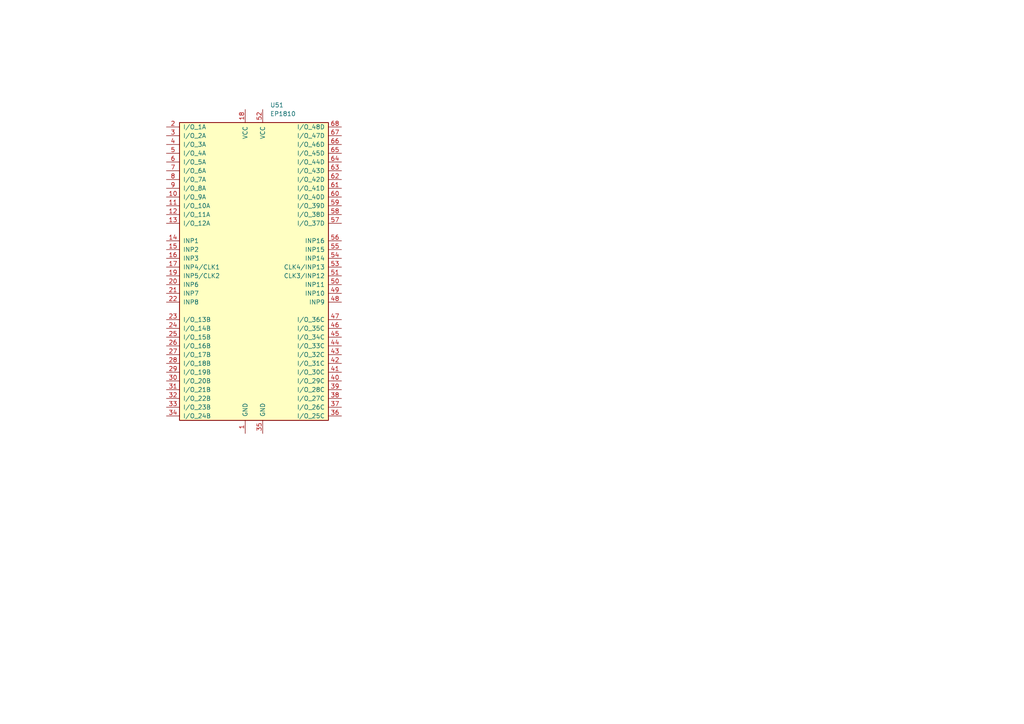
<source format=kicad_sch>
(kicad_sch (version 20250114) (generator "eeschema") (generator_version "9.0")
  (paper "A4")
  (lib_symbols
    (symbol "CPLD_Altera:EP1810" (pin_names (offset 1.016))
      (property "Reference" "U" (at -5.08 47.625 0))
      (property "Value" "EP1810" (at -5.08 45.72 0))
      (symbol "EP1810_0_1"
        (rectangle (start -21.59 -41.91) (end 21.59 44.45) (stroke (width 0.254)) (fill (type background)))
      )
      (symbol "EP1810_1_1"
        (pin input line (at -25.4 43.18 0) (length 3.81) (name "I/O_1A") (number "2"))
        (pin input line (at -25.4 40.64 0) (length 3.81) (name "I/O_2A") (number "3"))
        (pin input line (at -25.4 38.1 0) (length 3.81) (name "I/O_3A") (number "4"))
        (pin input line (at -25.4 35.56 0) (length 3.81) (name "I/O_4A") (number "5"))
        (pin input line (at -25.4 33.02 0) (length 3.81) (name "I/O_5A") (number "6"))
        (pin input line (at -25.4 30.48 0) (length 3.81) (name "I/O_6A") (number "7"))
        (pin input line (at -25.4 27.94 0) (length 3.81) (name "I/O_7A") (number "8"))
        (pin input line (at -25.4 25.4 0) (length 3.81) (name "I/O_8A") (number "9"))
        (pin input line (at -25.4 22.86 0) (length 3.81) (name "I/O_9A") (number "10"))
        (pin input line (at -25.4 20.32 0) (length 3.81) (name "I/O_10A") (number "11"))
        (pin input line (at -25.4 17.78 0) (length 3.81) (name "I/O_11A") (number "12"))
        (pin input line (at -25.4 15.24 0) (length 3.81) (name "I/O_12A") (number "13"))
        (pin input line (at -25.4 10.16 0) (length 3.81) (name "INP1") (number "14"))
        (pin input line (at -25.4 7.62 0) (length 3.81) (name "INP2") (number "15"))
        (pin input line (at -25.4 5.08 0) (length 3.81) (name "INP3") (number "16"))
        (pin input line (at -25.4 2.54 0) (length 3.81) (name "INP4/CLK1") (number "17"))
        (pin input line (at -25.4 0 0) (length 3.81) (name "INP5/CLK2") (number "19"))
        (pin input line (at -25.4 -2.54 0) (length 3.81) (name "INP6") (number "20"))
        (pin input line (at -25.4 -5.08 0) (length 3.81) (name "INP7") (number "21"))
        (pin input line (at -25.4 -7.62 0) (length 3.81) (name "INP8") (number "22"))
        (pin input line (at -25.4 -12.7 0) (length 3.81) (name "I/O_13B") (number "23"))
        (pin input line (at -25.4 -15.24 0) (length 3.81) (name "I/O_14B") (number "24"))
        (pin input line (at -25.4 -17.78 0) (length 3.81) (name "I/O_15B") (number "25"))
        (pin input line (at -25.4 -20.32 0) (length 3.81) (name "I/O_16B") (number "26"))
        (pin input line (at -25.4 -22.86 0) (length 3.81) (name "I/O_17B") (number "27"))
        (pin input line (at -25.4 -25.4 0) (length 3.81) (name "I/O_18B") (number "28"))
        (pin input line (at -25.4 -27.94 0) (length 3.81) (name "I/O_19B") (number "29"))
        (pin input line (at -25.4 -30.48 0) (length 3.81) (name "I/O_20B") (number "30"))
        (pin input line (at -25.4 -33.02 0) (length 3.81) (name "I/O_21B") (number "31"))
        (pin input line (at -25.4 -35.56 0) (length 3.81) (name "I/O_22B") (number "32"))
        (pin input line (at -25.4 -38.1 0) (length 3.81) (name "I/O_23B") (number "33"))
        (pin input line (at -25.4 -40.64 0) (length 3.81) (name "I/O_24B") (number "34"))
        (pin power_in line (at -2.54 48.26 270) (length 3.81) (name "VCC") (number "18"))
        (pin power_in line (at -2.54 -45.72 90) (length 3.81) (name "GND") (number "1"))
        (pin power_in line (at 2.54 48.26 270) (length 3.81) (name "VCC") (number "52"))
        (pin power_in line (at 2.54 -45.72 90) (length 3.81) (name "GND") (number "35"))
        (pin input line (at 25.4 43.18 180) (length 3.81) (name "I/O_48D") (number "68"))
        (pin input line (at 25.4 40.64 180) (length 3.81) (name "I/O_47D") (number "67"))
        (pin input line (at 25.4 38.1 180) (length 3.81) (name "I/O_46D") (number "66"))
        (pin input line (at 25.4 35.56 180) (length 3.81) (name "I/O_45D") (number "65"))
        (pin input line (at 25.4 33.02 180) (length 3.81) (name "I/O_44D") (number "64"))
        (pin input line (at 25.4 30.48 180) (length 3.81) (name "I/O_43D") (number "63"))
        (pin input line (at 25.4 27.94 180) (length 3.81) (name "I/O_42D") (number "62"))
        (pin input line (at 25.4 25.4 180) (length 3.81) (name "I/O_41D") (number "61"))
        (pin input line (at 25.4 22.86 180) (length 3.81) (name "I/O_40D") (number "60"))
        (pin input line (at 25.4 20.32 180) (length 3.81) (name "I/O_39D") (number "59"))
        (pin input line (at 25.4 17.78 180) (length 3.81) (name "I/O_38D") (number "58"))
        (pin input line (at 25.4 15.24 180) (length 3.81) (name "I/O_37D") (number "57"))
        (pin input line (at 25.4 10.16 180) (length 3.81) (name "INP16") (number "56"))
        (pin input line (at 25.4 7.62 180) (length 3.81) (name "INP15") (number "55"))
        (pin input line (at 25.4 5.08 180) (length 3.81) (name "INP14") (number "54"))
        (pin input line (at 25.4 2.54 180) (length 3.81) (name "CLK4/INP13") (number "53"))
        (pin input line (at 25.4 0 180) (length 3.81) (name "CLK3/INP12") (number "51"))
        (pin input line (at 25.4 -2.54 180) (length 3.81) (name "INP11") (number "50"))
        (pin input line (at 25.4 -5.08 180) (length 3.81) (name "INP10") (number "49"))
        (pin input line (at 25.4 -7.62 180) (length 3.81) (name "INP9") (number "48"))
        (pin input line (at 25.4 -12.7 180) (length 3.81) (name "I/O_36C") (number "47"))
        (pin input line (at 25.4 -15.24 180) (length 3.81) (name "I/O_35C") (number "46"))
        (pin input line (at 25.4 -17.78 180) (length 3.81) (name "I/O_34C") (number "45"))
        (pin input line (at 25.4 -20.32 180) (length 3.81) (name "I/O_33C") (number "44"))
        (pin input line (at 25.4 -22.86 180) (length 3.81) (name "I/O_32C") (number "43"))
        (pin input line (at 25.4 -25.4 180) (length 3.81) (name "I/O_31C") (number "42"))
        (pin input line (at 25.4 -27.94 180) (length 3.81) (name "I/O_30C") (number "41"))
        (pin input line (at 25.4 -30.48 180) (length 3.81) (name "I/O_29C") (number "40"))
        (pin input line (at 25.4 -33.02 180) (length 3.81) (name "I/O_28C") (number "39"))
        (pin input line (at 25.4 -35.56 180) (length 3.81) (name "I/O_27C") (number "38"))
        (pin input line (at 25.4 -38.1 180) (length 3.81) (name "I/O_26C") (number "37"))
        (pin input line (at 25.4 -40.64 180) (length 3.81) (name "I/O_25C") (number "36"))
      )
    )
  )
  (symbol (lib_id "CPLD_Altera:EP1810") (at 73.66 80.01 0) (unit 1)
    (property "Reference" "U51" (at 78.3433 30.48 0) (effects (justify left)))
    (property "Value" "EP1810" (at 78.3433 33.02 0) (effects (justify left)))
    (property "Description" "EPLD" (effects (hide yes)))
  )
)
</source>
